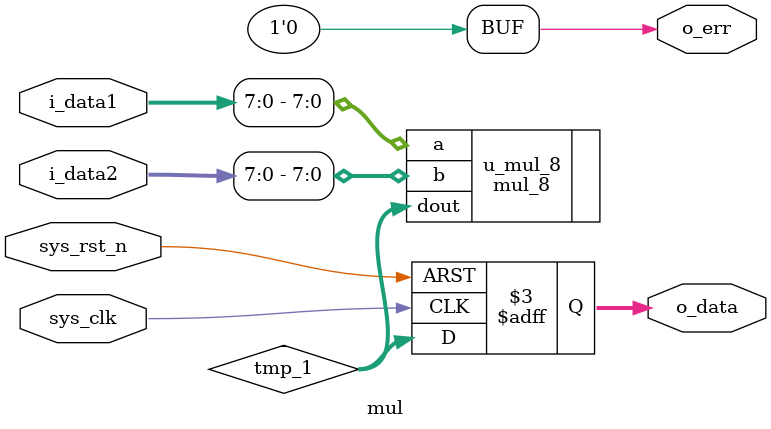
<source format=v>
`timescale 1ns / 1ps

module mul
#(
    parameter                           WIDTH = 16                  
)
(
    input  wire                         sys_clk                    ,
    input  wire                         sys_rst_n                  ,

    input  wire        [WIDTH-1:0]      i_data1                    ,
    input  wire        [WIDTH-1:0]      i_data2                    ,

    output reg         [WIDTH-1:0]      o_data                     ,
    output wire                         o_err                       
);
assign o_err = 1'b0;

wire                   [WIDTH-1:0]      tmp_1                      ;

mul_8 u_mul_8(
    .dout                              (tmp_1  [16-1:0]           ),
    .a                                 (i_data1[8-1:0]            ),
    .b                                 (i_data2[8-1:0]            ) 
);

always@(posedge sys_clk or negedge sys_rst_n)
    if(sys_rst_n == 1'b0)
        o_data <= 'b0;
    else
        o_data <= tmp_1[WIDTH-1:0];


endmodule

</source>
